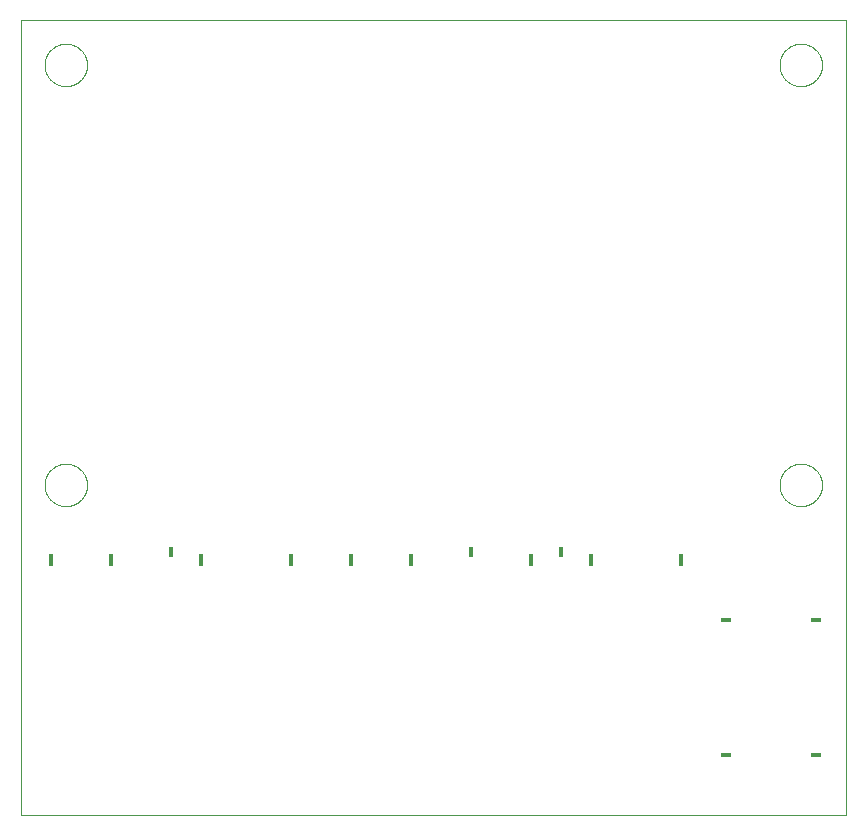
<source format=gtp>
G75*
%MOIN*%
%OFA0B0*%
%FSLAX25Y25*%
%IPPOS*%
%LPD*%
%AMOC8*
5,1,8,0,0,1.08239X$1,22.5*
%
%ADD10C,0.00100*%
%ADD11C,0.00110*%
%ADD12R,0.01500X0.04000*%
%ADD13R,0.01500X0.03500*%
%ADD14C,0.00000*%
%ADD15R,0.03500X0.01500*%
D10*
X0007667Y0001500D02*
X0282667Y0001500D01*
X0282667Y0266500D01*
X0007667Y0266500D01*
D11*
X0007667Y0001500D01*
D12*
X0017667Y0086500D03*
X0037667Y0086500D03*
X0067667Y0086500D03*
X0097667Y0086500D03*
X0117667Y0086500D03*
X0137667Y0086500D03*
X0177667Y0086500D03*
X0197667Y0086500D03*
X0227667Y0086500D03*
D13*
X0187667Y0089000D03*
X0157667Y0089000D03*
X0057667Y0089000D03*
D14*
X0015580Y0111500D02*
X0015582Y0111674D01*
X0015589Y0111848D01*
X0015599Y0112021D01*
X0015614Y0112195D01*
X0015633Y0112368D01*
X0015657Y0112540D01*
X0015684Y0112712D01*
X0015716Y0112883D01*
X0015752Y0113053D01*
X0015792Y0113222D01*
X0015837Y0113390D01*
X0015885Y0113557D01*
X0015938Y0113723D01*
X0015994Y0113888D01*
X0016055Y0114051D01*
X0016119Y0114212D01*
X0016188Y0114372D01*
X0016260Y0114530D01*
X0016337Y0114686D01*
X0016417Y0114841D01*
X0016501Y0114993D01*
X0016588Y0115143D01*
X0016680Y0115292D01*
X0016774Y0115437D01*
X0016873Y0115581D01*
X0016975Y0115722D01*
X0017080Y0115860D01*
X0017189Y0115996D01*
X0017301Y0116129D01*
X0017416Y0116259D01*
X0017534Y0116387D01*
X0017656Y0116511D01*
X0017780Y0116633D01*
X0017908Y0116751D01*
X0018038Y0116866D01*
X0018171Y0116978D01*
X0018307Y0117087D01*
X0018445Y0117192D01*
X0018586Y0117294D01*
X0018730Y0117393D01*
X0018875Y0117487D01*
X0019024Y0117579D01*
X0019174Y0117666D01*
X0019326Y0117750D01*
X0019481Y0117830D01*
X0019637Y0117907D01*
X0019795Y0117979D01*
X0019955Y0118048D01*
X0020116Y0118112D01*
X0020279Y0118173D01*
X0020444Y0118229D01*
X0020610Y0118282D01*
X0020777Y0118330D01*
X0020945Y0118375D01*
X0021114Y0118415D01*
X0021284Y0118451D01*
X0021455Y0118483D01*
X0021627Y0118510D01*
X0021799Y0118534D01*
X0021972Y0118553D01*
X0022146Y0118568D01*
X0022319Y0118578D01*
X0022493Y0118585D01*
X0022667Y0118587D01*
X0022841Y0118585D01*
X0023015Y0118578D01*
X0023188Y0118568D01*
X0023362Y0118553D01*
X0023535Y0118534D01*
X0023707Y0118510D01*
X0023879Y0118483D01*
X0024050Y0118451D01*
X0024220Y0118415D01*
X0024389Y0118375D01*
X0024557Y0118330D01*
X0024724Y0118282D01*
X0024890Y0118229D01*
X0025055Y0118173D01*
X0025218Y0118112D01*
X0025379Y0118048D01*
X0025539Y0117979D01*
X0025697Y0117907D01*
X0025853Y0117830D01*
X0026008Y0117750D01*
X0026160Y0117666D01*
X0026310Y0117579D01*
X0026459Y0117487D01*
X0026604Y0117393D01*
X0026748Y0117294D01*
X0026889Y0117192D01*
X0027027Y0117087D01*
X0027163Y0116978D01*
X0027296Y0116866D01*
X0027426Y0116751D01*
X0027554Y0116633D01*
X0027678Y0116511D01*
X0027800Y0116387D01*
X0027918Y0116259D01*
X0028033Y0116129D01*
X0028145Y0115996D01*
X0028254Y0115860D01*
X0028359Y0115722D01*
X0028461Y0115581D01*
X0028560Y0115437D01*
X0028654Y0115292D01*
X0028746Y0115143D01*
X0028833Y0114993D01*
X0028917Y0114841D01*
X0028997Y0114686D01*
X0029074Y0114530D01*
X0029146Y0114372D01*
X0029215Y0114212D01*
X0029279Y0114051D01*
X0029340Y0113888D01*
X0029396Y0113723D01*
X0029449Y0113557D01*
X0029497Y0113390D01*
X0029542Y0113222D01*
X0029582Y0113053D01*
X0029618Y0112883D01*
X0029650Y0112712D01*
X0029677Y0112540D01*
X0029701Y0112368D01*
X0029720Y0112195D01*
X0029735Y0112021D01*
X0029745Y0111848D01*
X0029752Y0111674D01*
X0029754Y0111500D01*
X0029752Y0111326D01*
X0029745Y0111152D01*
X0029735Y0110979D01*
X0029720Y0110805D01*
X0029701Y0110632D01*
X0029677Y0110460D01*
X0029650Y0110288D01*
X0029618Y0110117D01*
X0029582Y0109947D01*
X0029542Y0109778D01*
X0029497Y0109610D01*
X0029449Y0109443D01*
X0029396Y0109277D01*
X0029340Y0109112D01*
X0029279Y0108949D01*
X0029215Y0108788D01*
X0029146Y0108628D01*
X0029074Y0108470D01*
X0028997Y0108314D01*
X0028917Y0108159D01*
X0028833Y0108007D01*
X0028746Y0107857D01*
X0028654Y0107708D01*
X0028560Y0107563D01*
X0028461Y0107419D01*
X0028359Y0107278D01*
X0028254Y0107140D01*
X0028145Y0107004D01*
X0028033Y0106871D01*
X0027918Y0106741D01*
X0027800Y0106613D01*
X0027678Y0106489D01*
X0027554Y0106367D01*
X0027426Y0106249D01*
X0027296Y0106134D01*
X0027163Y0106022D01*
X0027027Y0105913D01*
X0026889Y0105808D01*
X0026748Y0105706D01*
X0026604Y0105607D01*
X0026459Y0105513D01*
X0026310Y0105421D01*
X0026160Y0105334D01*
X0026008Y0105250D01*
X0025853Y0105170D01*
X0025697Y0105093D01*
X0025539Y0105021D01*
X0025379Y0104952D01*
X0025218Y0104888D01*
X0025055Y0104827D01*
X0024890Y0104771D01*
X0024724Y0104718D01*
X0024557Y0104670D01*
X0024389Y0104625D01*
X0024220Y0104585D01*
X0024050Y0104549D01*
X0023879Y0104517D01*
X0023707Y0104490D01*
X0023535Y0104466D01*
X0023362Y0104447D01*
X0023188Y0104432D01*
X0023015Y0104422D01*
X0022841Y0104415D01*
X0022667Y0104413D01*
X0022493Y0104415D01*
X0022319Y0104422D01*
X0022146Y0104432D01*
X0021972Y0104447D01*
X0021799Y0104466D01*
X0021627Y0104490D01*
X0021455Y0104517D01*
X0021284Y0104549D01*
X0021114Y0104585D01*
X0020945Y0104625D01*
X0020777Y0104670D01*
X0020610Y0104718D01*
X0020444Y0104771D01*
X0020279Y0104827D01*
X0020116Y0104888D01*
X0019955Y0104952D01*
X0019795Y0105021D01*
X0019637Y0105093D01*
X0019481Y0105170D01*
X0019326Y0105250D01*
X0019174Y0105334D01*
X0019024Y0105421D01*
X0018875Y0105513D01*
X0018730Y0105607D01*
X0018586Y0105706D01*
X0018445Y0105808D01*
X0018307Y0105913D01*
X0018171Y0106022D01*
X0018038Y0106134D01*
X0017908Y0106249D01*
X0017780Y0106367D01*
X0017656Y0106489D01*
X0017534Y0106613D01*
X0017416Y0106741D01*
X0017301Y0106871D01*
X0017189Y0107004D01*
X0017080Y0107140D01*
X0016975Y0107278D01*
X0016873Y0107419D01*
X0016774Y0107563D01*
X0016680Y0107708D01*
X0016588Y0107857D01*
X0016501Y0108007D01*
X0016417Y0108159D01*
X0016337Y0108314D01*
X0016260Y0108470D01*
X0016188Y0108628D01*
X0016119Y0108788D01*
X0016055Y0108949D01*
X0015994Y0109112D01*
X0015938Y0109277D01*
X0015885Y0109443D01*
X0015837Y0109610D01*
X0015792Y0109778D01*
X0015752Y0109947D01*
X0015716Y0110117D01*
X0015684Y0110288D01*
X0015657Y0110460D01*
X0015633Y0110632D01*
X0015614Y0110805D01*
X0015599Y0110979D01*
X0015589Y0111152D01*
X0015582Y0111326D01*
X0015580Y0111500D01*
X0015580Y0251500D02*
X0015582Y0251674D01*
X0015589Y0251848D01*
X0015599Y0252021D01*
X0015614Y0252195D01*
X0015633Y0252368D01*
X0015657Y0252540D01*
X0015684Y0252712D01*
X0015716Y0252883D01*
X0015752Y0253053D01*
X0015792Y0253222D01*
X0015837Y0253390D01*
X0015885Y0253557D01*
X0015938Y0253723D01*
X0015994Y0253888D01*
X0016055Y0254051D01*
X0016119Y0254212D01*
X0016188Y0254372D01*
X0016260Y0254530D01*
X0016337Y0254686D01*
X0016417Y0254841D01*
X0016501Y0254993D01*
X0016588Y0255143D01*
X0016680Y0255292D01*
X0016774Y0255437D01*
X0016873Y0255581D01*
X0016975Y0255722D01*
X0017080Y0255860D01*
X0017189Y0255996D01*
X0017301Y0256129D01*
X0017416Y0256259D01*
X0017534Y0256387D01*
X0017656Y0256511D01*
X0017780Y0256633D01*
X0017908Y0256751D01*
X0018038Y0256866D01*
X0018171Y0256978D01*
X0018307Y0257087D01*
X0018445Y0257192D01*
X0018586Y0257294D01*
X0018730Y0257393D01*
X0018875Y0257487D01*
X0019024Y0257579D01*
X0019174Y0257666D01*
X0019326Y0257750D01*
X0019481Y0257830D01*
X0019637Y0257907D01*
X0019795Y0257979D01*
X0019955Y0258048D01*
X0020116Y0258112D01*
X0020279Y0258173D01*
X0020444Y0258229D01*
X0020610Y0258282D01*
X0020777Y0258330D01*
X0020945Y0258375D01*
X0021114Y0258415D01*
X0021284Y0258451D01*
X0021455Y0258483D01*
X0021627Y0258510D01*
X0021799Y0258534D01*
X0021972Y0258553D01*
X0022146Y0258568D01*
X0022319Y0258578D01*
X0022493Y0258585D01*
X0022667Y0258587D01*
X0022841Y0258585D01*
X0023015Y0258578D01*
X0023188Y0258568D01*
X0023362Y0258553D01*
X0023535Y0258534D01*
X0023707Y0258510D01*
X0023879Y0258483D01*
X0024050Y0258451D01*
X0024220Y0258415D01*
X0024389Y0258375D01*
X0024557Y0258330D01*
X0024724Y0258282D01*
X0024890Y0258229D01*
X0025055Y0258173D01*
X0025218Y0258112D01*
X0025379Y0258048D01*
X0025539Y0257979D01*
X0025697Y0257907D01*
X0025853Y0257830D01*
X0026008Y0257750D01*
X0026160Y0257666D01*
X0026310Y0257579D01*
X0026459Y0257487D01*
X0026604Y0257393D01*
X0026748Y0257294D01*
X0026889Y0257192D01*
X0027027Y0257087D01*
X0027163Y0256978D01*
X0027296Y0256866D01*
X0027426Y0256751D01*
X0027554Y0256633D01*
X0027678Y0256511D01*
X0027800Y0256387D01*
X0027918Y0256259D01*
X0028033Y0256129D01*
X0028145Y0255996D01*
X0028254Y0255860D01*
X0028359Y0255722D01*
X0028461Y0255581D01*
X0028560Y0255437D01*
X0028654Y0255292D01*
X0028746Y0255143D01*
X0028833Y0254993D01*
X0028917Y0254841D01*
X0028997Y0254686D01*
X0029074Y0254530D01*
X0029146Y0254372D01*
X0029215Y0254212D01*
X0029279Y0254051D01*
X0029340Y0253888D01*
X0029396Y0253723D01*
X0029449Y0253557D01*
X0029497Y0253390D01*
X0029542Y0253222D01*
X0029582Y0253053D01*
X0029618Y0252883D01*
X0029650Y0252712D01*
X0029677Y0252540D01*
X0029701Y0252368D01*
X0029720Y0252195D01*
X0029735Y0252021D01*
X0029745Y0251848D01*
X0029752Y0251674D01*
X0029754Y0251500D01*
X0029752Y0251326D01*
X0029745Y0251152D01*
X0029735Y0250979D01*
X0029720Y0250805D01*
X0029701Y0250632D01*
X0029677Y0250460D01*
X0029650Y0250288D01*
X0029618Y0250117D01*
X0029582Y0249947D01*
X0029542Y0249778D01*
X0029497Y0249610D01*
X0029449Y0249443D01*
X0029396Y0249277D01*
X0029340Y0249112D01*
X0029279Y0248949D01*
X0029215Y0248788D01*
X0029146Y0248628D01*
X0029074Y0248470D01*
X0028997Y0248314D01*
X0028917Y0248159D01*
X0028833Y0248007D01*
X0028746Y0247857D01*
X0028654Y0247708D01*
X0028560Y0247563D01*
X0028461Y0247419D01*
X0028359Y0247278D01*
X0028254Y0247140D01*
X0028145Y0247004D01*
X0028033Y0246871D01*
X0027918Y0246741D01*
X0027800Y0246613D01*
X0027678Y0246489D01*
X0027554Y0246367D01*
X0027426Y0246249D01*
X0027296Y0246134D01*
X0027163Y0246022D01*
X0027027Y0245913D01*
X0026889Y0245808D01*
X0026748Y0245706D01*
X0026604Y0245607D01*
X0026459Y0245513D01*
X0026310Y0245421D01*
X0026160Y0245334D01*
X0026008Y0245250D01*
X0025853Y0245170D01*
X0025697Y0245093D01*
X0025539Y0245021D01*
X0025379Y0244952D01*
X0025218Y0244888D01*
X0025055Y0244827D01*
X0024890Y0244771D01*
X0024724Y0244718D01*
X0024557Y0244670D01*
X0024389Y0244625D01*
X0024220Y0244585D01*
X0024050Y0244549D01*
X0023879Y0244517D01*
X0023707Y0244490D01*
X0023535Y0244466D01*
X0023362Y0244447D01*
X0023188Y0244432D01*
X0023015Y0244422D01*
X0022841Y0244415D01*
X0022667Y0244413D01*
X0022493Y0244415D01*
X0022319Y0244422D01*
X0022146Y0244432D01*
X0021972Y0244447D01*
X0021799Y0244466D01*
X0021627Y0244490D01*
X0021455Y0244517D01*
X0021284Y0244549D01*
X0021114Y0244585D01*
X0020945Y0244625D01*
X0020777Y0244670D01*
X0020610Y0244718D01*
X0020444Y0244771D01*
X0020279Y0244827D01*
X0020116Y0244888D01*
X0019955Y0244952D01*
X0019795Y0245021D01*
X0019637Y0245093D01*
X0019481Y0245170D01*
X0019326Y0245250D01*
X0019174Y0245334D01*
X0019024Y0245421D01*
X0018875Y0245513D01*
X0018730Y0245607D01*
X0018586Y0245706D01*
X0018445Y0245808D01*
X0018307Y0245913D01*
X0018171Y0246022D01*
X0018038Y0246134D01*
X0017908Y0246249D01*
X0017780Y0246367D01*
X0017656Y0246489D01*
X0017534Y0246613D01*
X0017416Y0246741D01*
X0017301Y0246871D01*
X0017189Y0247004D01*
X0017080Y0247140D01*
X0016975Y0247278D01*
X0016873Y0247419D01*
X0016774Y0247563D01*
X0016680Y0247708D01*
X0016588Y0247857D01*
X0016501Y0248007D01*
X0016417Y0248159D01*
X0016337Y0248314D01*
X0016260Y0248470D01*
X0016188Y0248628D01*
X0016119Y0248788D01*
X0016055Y0248949D01*
X0015994Y0249112D01*
X0015938Y0249277D01*
X0015885Y0249443D01*
X0015837Y0249610D01*
X0015792Y0249778D01*
X0015752Y0249947D01*
X0015716Y0250117D01*
X0015684Y0250288D01*
X0015657Y0250460D01*
X0015633Y0250632D01*
X0015614Y0250805D01*
X0015599Y0250979D01*
X0015589Y0251152D01*
X0015582Y0251326D01*
X0015580Y0251500D01*
X0260580Y0251500D02*
X0260582Y0251674D01*
X0260589Y0251848D01*
X0260599Y0252021D01*
X0260614Y0252195D01*
X0260633Y0252368D01*
X0260657Y0252540D01*
X0260684Y0252712D01*
X0260716Y0252883D01*
X0260752Y0253053D01*
X0260792Y0253222D01*
X0260837Y0253390D01*
X0260885Y0253557D01*
X0260938Y0253723D01*
X0260994Y0253888D01*
X0261055Y0254051D01*
X0261119Y0254212D01*
X0261188Y0254372D01*
X0261260Y0254530D01*
X0261337Y0254686D01*
X0261417Y0254841D01*
X0261501Y0254993D01*
X0261588Y0255143D01*
X0261680Y0255292D01*
X0261774Y0255437D01*
X0261873Y0255581D01*
X0261975Y0255722D01*
X0262080Y0255860D01*
X0262189Y0255996D01*
X0262301Y0256129D01*
X0262416Y0256259D01*
X0262534Y0256387D01*
X0262656Y0256511D01*
X0262780Y0256633D01*
X0262908Y0256751D01*
X0263038Y0256866D01*
X0263171Y0256978D01*
X0263307Y0257087D01*
X0263445Y0257192D01*
X0263586Y0257294D01*
X0263730Y0257393D01*
X0263875Y0257487D01*
X0264024Y0257579D01*
X0264174Y0257666D01*
X0264326Y0257750D01*
X0264481Y0257830D01*
X0264637Y0257907D01*
X0264795Y0257979D01*
X0264955Y0258048D01*
X0265116Y0258112D01*
X0265279Y0258173D01*
X0265444Y0258229D01*
X0265610Y0258282D01*
X0265777Y0258330D01*
X0265945Y0258375D01*
X0266114Y0258415D01*
X0266284Y0258451D01*
X0266455Y0258483D01*
X0266627Y0258510D01*
X0266799Y0258534D01*
X0266972Y0258553D01*
X0267146Y0258568D01*
X0267319Y0258578D01*
X0267493Y0258585D01*
X0267667Y0258587D01*
X0267841Y0258585D01*
X0268015Y0258578D01*
X0268188Y0258568D01*
X0268362Y0258553D01*
X0268535Y0258534D01*
X0268707Y0258510D01*
X0268879Y0258483D01*
X0269050Y0258451D01*
X0269220Y0258415D01*
X0269389Y0258375D01*
X0269557Y0258330D01*
X0269724Y0258282D01*
X0269890Y0258229D01*
X0270055Y0258173D01*
X0270218Y0258112D01*
X0270379Y0258048D01*
X0270539Y0257979D01*
X0270697Y0257907D01*
X0270853Y0257830D01*
X0271008Y0257750D01*
X0271160Y0257666D01*
X0271310Y0257579D01*
X0271459Y0257487D01*
X0271604Y0257393D01*
X0271748Y0257294D01*
X0271889Y0257192D01*
X0272027Y0257087D01*
X0272163Y0256978D01*
X0272296Y0256866D01*
X0272426Y0256751D01*
X0272554Y0256633D01*
X0272678Y0256511D01*
X0272800Y0256387D01*
X0272918Y0256259D01*
X0273033Y0256129D01*
X0273145Y0255996D01*
X0273254Y0255860D01*
X0273359Y0255722D01*
X0273461Y0255581D01*
X0273560Y0255437D01*
X0273654Y0255292D01*
X0273746Y0255143D01*
X0273833Y0254993D01*
X0273917Y0254841D01*
X0273997Y0254686D01*
X0274074Y0254530D01*
X0274146Y0254372D01*
X0274215Y0254212D01*
X0274279Y0254051D01*
X0274340Y0253888D01*
X0274396Y0253723D01*
X0274449Y0253557D01*
X0274497Y0253390D01*
X0274542Y0253222D01*
X0274582Y0253053D01*
X0274618Y0252883D01*
X0274650Y0252712D01*
X0274677Y0252540D01*
X0274701Y0252368D01*
X0274720Y0252195D01*
X0274735Y0252021D01*
X0274745Y0251848D01*
X0274752Y0251674D01*
X0274754Y0251500D01*
X0274752Y0251326D01*
X0274745Y0251152D01*
X0274735Y0250979D01*
X0274720Y0250805D01*
X0274701Y0250632D01*
X0274677Y0250460D01*
X0274650Y0250288D01*
X0274618Y0250117D01*
X0274582Y0249947D01*
X0274542Y0249778D01*
X0274497Y0249610D01*
X0274449Y0249443D01*
X0274396Y0249277D01*
X0274340Y0249112D01*
X0274279Y0248949D01*
X0274215Y0248788D01*
X0274146Y0248628D01*
X0274074Y0248470D01*
X0273997Y0248314D01*
X0273917Y0248159D01*
X0273833Y0248007D01*
X0273746Y0247857D01*
X0273654Y0247708D01*
X0273560Y0247563D01*
X0273461Y0247419D01*
X0273359Y0247278D01*
X0273254Y0247140D01*
X0273145Y0247004D01*
X0273033Y0246871D01*
X0272918Y0246741D01*
X0272800Y0246613D01*
X0272678Y0246489D01*
X0272554Y0246367D01*
X0272426Y0246249D01*
X0272296Y0246134D01*
X0272163Y0246022D01*
X0272027Y0245913D01*
X0271889Y0245808D01*
X0271748Y0245706D01*
X0271604Y0245607D01*
X0271459Y0245513D01*
X0271310Y0245421D01*
X0271160Y0245334D01*
X0271008Y0245250D01*
X0270853Y0245170D01*
X0270697Y0245093D01*
X0270539Y0245021D01*
X0270379Y0244952D01*
X0270218Y0244888D01*
X0270055Y0244827D01*
X0269890Y0244771D01*
X0269724Y0244718D01*
X0269557Y0244670D01*
X0269389Y0244625D01*
X0269220Y0244585D01*
X0269050Y0244549D01*
X0268879Y0244517D01*
X0268707Y0244490D01*
X0268535Y0244466D01*
X0268362Y0244447D01*
X0268188Y0244432D01*
X0268015Y0244422D01*
X0267841Y0244415D01*
X0267667Y0244413D01*
X0267493Y0244415D01*
X0267319Y0244422D01*
X0267146Y0244432D01*
X0266972Y0244447D01*
X0266799Y0244466D01*
X0266627Y0244490D01*
X0266455Y0244517D01*
X0266284Y0244549D01*
X0266114Y0244585D01*
X0265945Y0244625D01*
X0265777Y0244670D01*
X0265610Y0244718D01*
X0265444Y0244771D01*
X0265279Y0244827D01*
X0265116Y0244888D01*
X0264955Y0244952D01*
X0264795Y0245021D01*
X0264637Y0245093D01*
X0264481Y0245170D01*
X0264326Y0245250D01*
X0264174Y0245334D01*
X0264024Y0245421D01*
X0263875Y0245513D01*
X0263730Y0245607D01*
X0263586Y0245706D01*
X0263445Y0245808D01*
X0263307Y0245913D01*
X0263171Y0246022D01*
X0263038Y0246134D01*
X0262908Y0246249D01*
X0262780Y0246367D01*
X0262656Y0246489D01*
X0262534Y0246613D01*
X0262416Y0246741D01*
X0262301Y0246871D01*
X0262189Y0247004D01*
X0262080Y0247140D01*
X0261975Y0247278D01*
X0261873Y0247419D01*
X0261774Y0247563D01*
X0261680Y0247708D01*
X0261588Y0247857D01*
X0261501Y0248007D01*
X0261417Y0248159D01*
X0261337Y0248314D01*
X0261260Y0248470D01*
X0261188Y0248628D01*
X0261119Y0248788D01*
X0261055Y0248949D01*
X0260994Y0249112D01*
X0260938Y0249277D01*
X0260885Y0249443D01*
X0260837Y0249610D01*
X0260792Y0249778D01*
X0260752Y0249947D01*
X0260716Y0250117D01*
X0260684Y0250288D01*
X0260657Y0250460D01*
X0260633Y0250632D01*
X0260614Y0250805D01*
X0260599Y0250979D01*
X0260589Y0251152D01*
X0260582Y0251326D01*
X0260580Y0251500D01*
X0260580Y0111500D02*
X0260582Y0111674D01*
X0260589Y0111848D01*
X0260599Y0112021D01*
X0260614Y0112195D01*
X0260633Y0112368D01*
X0260657Y0112540D01*
X0260684Y0112712D01*
X0260716Y0112883D01*
X0260752Y0113053D01*
X0260792Y0113222D01*
X0260837Y0113390D01*
X0260885Y0113557D01*
X0260938Y0113723D01*
X0260994Y0113888D01*
X0261055Y0114051D01*
X0261119Y0114212D01*
X0261188Y0114372D01*
X0261260Y0114530D01*
X0261337Y0114686D01*
X0261417Y0114841D01*
X0261501Y0114993D01*
X0261588Y0115143D01*
X0261680Y0115292D01*
X0261774Y0115437D01*
X0261873Y0115581D01*
X0261975Y0115722D01*
X0262080Y0115860D01*
X0262189Y0115996D01*
X0262301Y0116129D01*
X0262416Y0116259D01*
X0262534Y0116387D01*
X0262656Y0116511D01*
X0262780Y0116633D01*
X0262908Y0116751D01*
X0263038Y0116866D01*
X0263171Y0116978D01*
X0263307Y0117087D01*
X0263445Y0117192D01*
X0263586Y0117294D01*
X0263730Y0117393D01*
X0263875Y0117487D01*
X0264024Y0117579D01*
X0264174Y0117666D01*
X0264326Y0117750D01*
X0264481Y0117830D01*
X0264637Y0117907D01*
X0264795Y0117979D01*
X0264955Y0118048D01*
X0265116Y0118112D01*
X0265279Y0118173D01*
X0265444Y0118229D01*
X0265610Y0118282D01*
X0265777Y0118330D01*
X0265945Y0118375D01*
X0266114Y0118415D01*
X0266284Y0118451D01*
X0266455Y0118483D01*
X0266627Y0118510D01*
X0266799Y0118534D01*
X0266972Y0118553D01*
X0267146Y0118568D01*
X0267319Y0118578D01*
X0267493Y0118585D01*
X0267667Y0118587D01*
X0267841Y0118585D01*
X0268015Y0118578D01*
X0268188Y0118568D01*
X0268362Y0118553D01*
X0268535Y0118534D01*
X0268707Y0118510D01*
X0268879Y0118483D01*
X0269050Y0118451D01*
X0269220Y0118415D01*
X0269389Y0118375D01*
X0269557Y0118330D01*
X0269724Y0118282D01*
X0269890Y0118229D01*
X0270055Y0118173D01*
X0270218Y0118112D01*
X0270379Y0118048D01*
X0270539Y0117979D01*
X0270697Y0117907D01*
X0270853Y0117830D01*
X0271008Y0117750D01*
X0271160Y0117666D01*
X0271310Y0117579D01*
X0271459Y0117487D01*
X0271604Y0117393D01*
X0271748Y0117294D01*
X0271889Y0117192D01*
X0272027Y0117087D01*
X0272163Y0116978D01*
X0272296Y0116866D01*
X0272426Y0116751D01*
X0272554Y0116633D01*
X0272678Y0116511D01*
X0272800Y0116387D01*
X0272918Y0116259D01*
X0273033Y0116129D01*
X0273145Y0115996D01*
X0273254Y0115860D01*
X0273359Y0115722D01*
X0273461Y0115581D01*
X0273560Y0115437D01*
X0273654Y0115292D01*
X0273746Y0115143D01*
X0273833Y0114993D01*
X0273917Y0114841D01*
X0273997Y0114686D01*
X0274074Y0114530D01*
X0274146Y0114372D01*
X0274215Y0114212D01*
X0274279Y0114051D01*
X0274340Y0113888D01*
X0274396Y0113723D01*
X0274449Y0113557D01*
X0274497Y0113390D01*
X0274542Y0113222D01*
X0274582Y0113053D01*
X0274618Y0112883D01*
X0274650Y0112712D01*
X0274677Y0112540D01*
X0274701Y0112368D01*
X0274720Y0112195D01*
X0274735Y0112021D01*
X0274745Y0111848D01*
X0274752Y0111674D01*
X0274754Y0111500D01*
X0274752Y0111326D01*
X0274745Y0111152D01*
X0274735Y0110979D01*
X0274720Y0110805D01*
X0274701Y0110632D01*
X0274677Y0110460D01*
X0274650Y0110288D01*
X0274618Y0110117D01*
X0274582Y0109947D01*
X0274542Y0109778D01*
X0274497Y0109610D01*
X0274449Y0109443D01*
X0274396Y0109277D01*
X0274340Y0109112D01*
X0274279Y0108949D01*
X0274215Y0108788D01*
X0274146Y0108628D01*
X0274074Y0108470D01*
X0273997Y0108314D01*
X0273917Y0108159D01*
X0273833Y0108007D01*
X0273746Y0107857D01*
X0273654Y0107708D01*
X0273560Y0107563D01*
X0273461Y0107419D01*
X0273359Y0107278D01*
X0273254Y0107140D01*
X0273145Y0107004D01*
X0273033Y0106871D01*
X0272918Y0106741D01*
X0272800Y0106613D01*
X0272678Y0106489D01*
X0272554Y0106367D01*
X0272426Y0106249D01*
X0272296Y0106134D01*
X0272163Y0106022D01*
X0272027Y0105913D01*
X0271889Y0105808D01*
X0271748Y0105706D01*
X0271604Y0105607D01*
X0271459Y0105513D01*
X0271310Y0105421D01*
X0271160Y0105334D01*
X0271008Y0105250D01*
X0270853Y0105170D01*
X0270697Y0105093D01*
X0270539Y0105021D01*
X0270379Y0104952D01*
X0270218Y0104888D01*
X0270055Y0104827D01*
X0269890Y0104771D01*
X0269724Y0104718D01*
X0269557Y0104670D01*
X0269389Y0104625D01*
X0269220Y0104585D01*
X0269050Y0104549D01*
X0268879Y0104517D01*
X0268707Y0104490D01*
X0268535Y0104466D01*
X0268362Y0104447D01*
X0268188Y0104432D01*
X0268015Y0104422D01*
X0267841Y0104415D01*
X0267667Y0104413D01*
X0267493Y0104415D01*
X0267319Y0104422D01*
X0267146Y0104432D01*
X0266972Y0104447D01*
X0266799Y0104466D01*
X0266627Y0104490D01*
X0266455Y0104517D01*
X0266284Y0104549D01*
X0266114Y0104585D01*
X0265945Y0104625D01*
X0265777Y0104670D01*
X0265610Y0104718D01*
X0265444Y0104771D01*
X0265279Y0104827D01*
X0265116Y0104888D01*
X0264955Y0104952D01*
X0264795Y0105021D01*
X0264637Y0105093D01*
X0264481Y0105170D01*
X0264326Y0105250D01*
X0264174Y0105334D01*
X0264024Y0105421D01*
X0263875Y0105513D01*
X0263730Y0105607D01*
X0263586Y0105706D01*
X0263445Y0105808D01*
X0263307Y0105913D01*
X0263171Y0106022D01*
X0263038Y0106134D01*
X0262908Y0106249D01*
X0262780Y0106367D01*
X0262656Y0106489D01*
X0262534Y0106613D01*
X0262416Y0106741D01*
X0262301Y0106871D01*
X0262189Y0107004D01*
X0262080Y0107140D01*
X0261975Y0107278D01*
X0261873Y0107419D01*
X0261774Y0107563D01*
X0261680Y0107708D01*
X0261588Y0107857D01*
X0261501Y0108007D01*
X0261417Y0108159D01*
X0261337Y0108314D01*
X0261260Y0108470D01*
X0261188Y0108628D01*
X0261119Y0108788D01*
X0261055Y0108949D01*
X0260994Y0109112D01*
X0260938Y0109277D01*
X0260885Y0109443D01*
X0260837Y0109610D01*
X0260792Y0109778D01*
X0260752Y0109947D01*
X0260716Y0110117D01*
X0260684Y0110288D01*
X0260657Y0110460D01*
X0260633Y0110632D01*
X0260614Y0110805D01*
X0260599Y0110979D01*
X0260589Y0111152D01*
X0260582Y0111326D01*
X0260580Y0111500D01*
D15*
X0272667Y0066500D03*
X0242667Y0066500D03*
X0242667Y0021500D03*
X0272667Y0021500D03*
M02*

</source>
